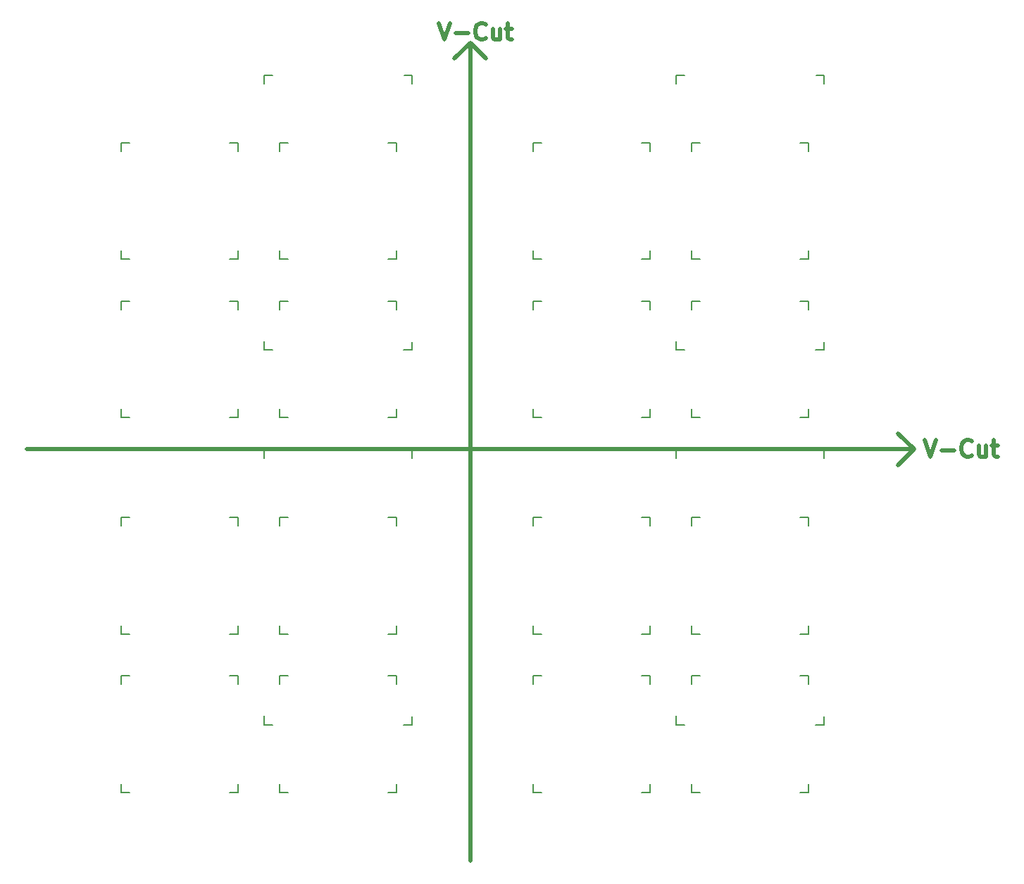
<source format=gbr>
G04 #@! TF.GenerationSoftware,KiCad,Pcbnew,5.1.5+dfsg1-2build2*
G04 #@! TF.CreationDate,2021-10-19T21:18:03+09:00*
G04 #@! TF.ProjectId,pcb,7063622e-6b69-4636-9164-5f7063625858,rev?*
G04 #@! TF.SameCoordinates,Original*
G04 #@! TF.FileFunction,Legend,Top*
G04 #@! TF.FilePolarity,Positive*
%FSLAX46Y46*%
G04 Gerber Fmt 4.6, Leading zero omitted, Abs format (unit mm)*
G04 Created by KiCad (PCBNEW 5.1.5+dfsg1-2build2) date 2021-10-19 21:18:03*
%MOMM*%
%LPD*%
G04 APERTURE LIST*
%ADD10C,0.500000*%
%ADD11C,0.150000*%
G04 APERTURE END LIST*
D10*
X108649047Y-43989761D02*
X109315714Y-45989761D01*
X109982380Y-43989761D01*
X110649047Y-45227857D02*
X112172857Y-45227857D01*
X114268095Y-45799285D02*
X114172857Y-45894523D01*
X113887142Y-45989761D01*
X113696666Y-45989761D01*
X113410952Y-45894523D01*
X113220476Y-45704047D01*
X113125238Y-45513571D01*
X113030000Y-45132619D01*
X113030000Y-44846904D01*
X113125238Y-44465952D01*
X113220476Y-44275476D01*
X113410952Y-44085000D01*
X113696666Y-43989761D01*
X113887142Y-43989761D01*
X114172857Y-44085000D01*
X114268095Y-44180238D01*
X115982380Y-44656428D02*
X115982380Y-45989761D01*
X115125238Y-44656428D02*
X115125238Y-45704047D01*
X115220476Y-45894523D01*
X115410952Y-45989761D01*
X115696666Y-45989761D01*
X115887142Y-45894523D01*
X115982380Y-45799285D01*
X116649047Y-44656428D02*
X117410952Y-44656428D01*
X116934761Y-43989761D02*
X116934761Y-45704047D01*
X117030000Y-45894523D01*
X117220476Y-45989761D01*
X117410952Y-45989761D01*
X167069047Y-94154761D02*
X167735714Y-96154761D01*
X168402380Y-94154761D01*
X169069047Y-95392857D02*
X170592857Y-95392857D01*
X172688095Y-95964285D02*
X172592857Y-96059523D01*
X172307142Y-96154761D01*
X172116666Y-96154761D01*
X171830952Y-96059523D01*
X171640476Y-95869047D01*
X171545238Y-95678571D01*
X171450000Y-95297619D01*
X171450000Y-95011904D01*
X171545238Y-94630952D01*
X171640476Y-94440476D01*
X171830952Y-94250000D01*
X172116666Y-94154761D01*
X172307142Y-94154761D01*
X172592857Y-94250000D01*
X172688095Y-94345238D01*
X174402380Y-94821428D02*
X174402380Y-96154761D01*
X173545238Y-94821428D02*
X173545238Y-95869047D01*
X173640476Y-96059523D01*
X173830952Y-96154761D01*
X174116666Y-96154761D01*
X174307142Y-96059523D01*
X174402380Y-95964285D01*
X175069047Y-94821428D02*
X175830952Y-94821428D01*
X175354761Y-94154761D02*
X175354761Y-95869047D01*
X175450000Y-96059523D01*
X175640476Y-96154761D01*
X175830952Y-96154761D01*
X165735000Y-95250000D02*
X163830000Y-93345000D01*
X165735000Y-95250000D02*
X163830000Y-97155000D01*
X59055000Y-95250000D02*
X165735000Y-95250000D01*
X112395000Y-46355000D02*
X114300000Y-48260000D01*
X112395000Y-46355000D02*
X110490000Y-48260000D01*
X112395000Y-144780000D02*
X112395000Y-46355000D01*
D11*
X134000000Y-116490000D02*
X134000000Y-117490000D01*
X134000000Y-117490000D02*
X133000000Y-117490000D01*
X121000000Y-103490000D02*
X120000000Y-103490000D01*
X120000000Y-103490000D02*
X120000000Y-104490000D01*
X120000000Y-116490000D02*
X120000000Y-117490000D01*
X120000000Y-117490000D02*
X121000000Y-117490000D01*
X134000000Y-104490000D02*
X134000000Y-103490000D01*
X133000000Y-103490000D02*
X134000000Y-103490000D01*
X152050000Y-103490000D02*
X153050000Y-103490000D01*
X153050000Y-104490000D02*
X153050000Y-103490000D01*
X139050000Y-117490000D02*
X140050000Y-117490000D01*
X139050000Y-116490000D02*
X139050000Y-117490000D01*
X139050000Y-103490000D02*
X139050000Y-104490000D01*
X140050000Y-103490000D02*
X139050000Y-103490000D01*
X153050000Y-117490000D02*
X152050000Y-117490000D01*
X153050000Y-116490000D02*
X153050000Y-117490000D01*
X153050000Y-135540000D02*
X153050000Y-136540000D01*
X153050000Y-136540000D02*
X152050000Y-136540000D01*
X140050000Y-122540000D02*
X139050000Y-122540000D01*
X139050000Y-122540000D02*
X139050000Y-123540000D01*
X139050000Y-135540000D02*
X139050000Y-136540000D01*
X139050000Y-136540000D02*
X140050000Y-136540000D01*
X153050000Y-123540000D02*
X153050000Y-122540000D01*
X152050000Y-122540000D02*
X153050000Y-122540000D01*
X87620000Y-95365000D02*
X87620000Y-96365000D01*
X105420000Y-95365000D02*
X105420000Y-96365000D01*
X87620000Y-95365000D02*
X88620000Y-95365000D01*
X105420000Y-95365000D02*
X104470000Y-95365000D01*
X87620000Y-127365000D02*
X87620000Y-128415000D01*
X105420000Y-127415000D02*
X105420000Y-128415000D01*
X87620000Y-128415000D02*
X88620000Y-128415000D01*
X105420000Y-128415000D02*
X104410000Y-128415000D01*
X133000000Y-122540000D02*
X134000000Y-122540000D01*
X134000000Y-123540000D02*
X134000000Y-122540000D01*
X120000000Y-136540000D02*
X121000000Y-136540000D01*
X120000000Y-135540000D02*
X120000000Y-136540000D01*
X120000000Y-122540000D02*
X120000000Y-123540000D01*
X121000000Y-122540000D02*
X120000000Y-122540000D01*
X134000000Y-136540000D02*
X133000000Y-136540000D01*
X134000000Y-135540000D02*
X134000000Y-136540000D01*
X154950000Y-128415000D02*
X153940000Y-128415000D01*
X137150000Y-128415000D02*
X138150000Y-128415000D01*
X154950000Y-127415000D02*
X154950000Y-128415000D01*
X137150000Y-127365000D02*
X137150000Y-128415000D01*
X154950000Y-95365000D02*
X154000000Y-95365000D01*
X137150000Y-95365000D02*
X138150000Y-95365000D01*
X154950000Y-95365000D02*
X154950000Y-96365000D01*
X137150000Y-95365000D02*
X137150000Y-96365000D01*
X103520000Y-116490000D02*
X103520000Y-117490000D01*
X103520000Y-117490000D02*
X102520000Y-117490000D01*
X90520000Y-103490000D02*
X89520000Y-103490000D01*
X89520000Y-103490000D02*
X89520000Y-104490000D01*
X89520000Y-116490000D02*
X89520000Y-117490000D01*
X89520000Y-117490000D02*
X90520000Y-117490000D01*
X103520000Y-104490000D02*
X103520000Y-103490000D01*
X102520000Y-103490000D02*
X103520000Y-103490000D01*
X102520000Y-122540000D02*
X103520000Y-122540000D01*
X103520000Y-123540000D02*
X103520000Y-122540000D01*
X89520000Y-136540000D02*
X90520000Y-136540000D01*
X89520000Y-135540000D02*
X89520000Y-136540000D01*
X89520000Y-122540000D02*
X89520000Y-123540000D01*
X90520000Y-122540000D02*
X89520000Y-122540000D01*
X103520000Y-136540000D02*
X102520000Y-136540000D01*
X103520000Y-135540000D02*
X103520000Y-136540000D01*
X84470000Y-135540000D02*
X84470000Y-136540000D01*
X84470000Y-136540000D02*
X83470000Y-136540000D01*
X71470000Y-122540000D02*
X70470000Y-122540000D01*
X70470000Y-122540000D02*
X70470000Y-123540000D01*
X70470000Y-135540000D02*
X70470000Y-136540000D01*
X70470000Y-136540000D02*
X71470000Y-136540000D01*
X84470000Y-123540000D02*
X84470000Y-122540000D01*
X83470000Y-122540000D02*
X84470000Y-122540000D01*
X83470000Y-103490000D02*
X84470000Y-103490000D01*
X84470000Y-104490000D02*
X84470000Y-103490000D01*
X70470000Y-117490000D02*
X71470000Y-117490000D01*
X70470000Y-116490000D02*
X70470000Y-117490000D01*
X70470000Y-103490000D02*
X70470000Y-104490000D01*
X71470000Y-103490000D02*
X70470000Y-103490000D01*
X84470000Y-117490000D02*
X83470000Y-117490000D01*
X84470000Y-116490000D02*
X84470000Y-117490000D01*
X137150000Y-50280000D02*
X137150000Y-51280000D01*
X154950000Y-50280000D02*
X154950000Y-51280000D01*
X137150000Y-50280000D02*
X138150000Y-50280000D01*
X154950000Y-50280000D02*
X154000000Y-50280000D01*
X137150000Y-82280000D02*
X137150000Y-83330000D01*
X154950000Y-82330000D02*
X154950000Y-83330000D01*
X137150000Y-83330000D02*
X138150000Y-83330000D01*
X154950000Y-83330000D02*
X153940000Y-83330000D01*
X153050000Y-71405000D02*
X153050000Y-72405000D01*
X153050000Y-72405000D02*
X152050000Y-72405000D01*
X140050000Y-58405000D02*
X139050000Y-58405000D01*
X139050000Y-58405000D02*
X139050000Y-59405000D01*
X139050000Y-71405000D02*
X139050000Y-72405000D01*
X139050000Y-72405000D02*
X140050000Y-72405000D01*
X153050000Y-59405000D02*
X153050000Y-58405000D01*
X152050000Y-58405000D02*
X153050000Y-58405000D01*
X152050000Y-77455000D02*
X153050000Y-77455000D01*
X153050000Y-78455000D02*
X153050000Y-77455000D01*
X139050000Y-91455000D02*
X140050000Y-91455000D01*
X139050000Y-90455000D02*
X139050000Y-91455000D01*
X139050000Y-77455000D02*
X139050000Y-78455000D01*
X140050000Y-77455000D02*
X139050000Y-77455000D01*
X153050000Y-91455000D02*
X152050000Y-91455000D01*
X153050000Y-90455000D02*
X153050000Y-91455000D01*
X134000000Y-90455000D02*
X134000000Y-91455000D01*
X134000000Y-91455000D02*
X133000000Y-91455000D01*
X121000000Y-77455000D02*
X120000000Y-77455000D01*
X120000000Y-77455000D02*
X120000000Y-78455000D01*
X120000000Y-90455000D02*
X120000000Y-91455000D01*
X120000000Y-91455000D02*
X121000000Y-91455000D01*
X134000000Y-78455000D02*
X134000000Y-77455000D01*
X133000000Y-77455000D02*
X134000000Y-77455000D01*
X133000000Y-58405000D02*
X134000000Y-58405000D01*
X134000000Y-59405000D02*
X134000000Y-58405000D01*
X120000000Y-72405000D02*
X121000000Y-72405000D01*
X120000000Y-71405000D02*
X120000000Y-72405000D01*
X120000000Y-58405000D02*
X120000000Y-59405000D01*
X121000000Y-58405000D02*
X120000000Y-58405000D01*
X134000000Y-72405000D02*
X133000000Y-72405000D01*
X134000000Y-71405000D02*
X134000000Y-72405000D01*
X105420000Y-83330000D02*
X104410000Y-83330000D01*
X87620000Y-83330000D02*
X88620000Y-83330000D01*
X105420000Y-82330000D02*
X105420000Y-83330000D01*
X87620000Y-82280000D02*
X87620000Y-83330000D01*
X105420000Y-50280000D02*
X104470000Y-50280000D01*
X87620000Y-50280000D02*
X88620000Y-50280000D01*
X105420000Y-50280000D02*
X105420000Y-51280000D01*
X87620000Y-50280000D02*
X87620000Y-51280000D01*
X83470000Y-77455000D02*
X84470000Y-77455000D01*
X84470000Y-78455000D02*
X84470000Y-77455000D01*
X70470000Y-91455000D02*
X71470000Y-91455000D01*
X70470000Y-90455000D02*
X70470000Y-91455000D01*
X70470000Y-77455000D02*
X70470000Y-78455000D01*
X71470000Y-77455000D02*
X70470000Y-77455000D01*
X84470000Y-91455000D02*
X83470000Y-91455000D01*
X84470000Y-90455000D02*
X84470000Y-91455000D01*
X102520000Y-58405000D02*
X103520000Y-58405000D01*
X103520000Y-59405000D02*
X103520000Y-58405000D01*
X89520000Y-72405000D02*
X90520000Y-72405000D01*
X89520000Y-71405000D02*
X89520000Y-72405000D01*
X89520000Y-58405000D02*
X89520000Y-59405000D01*
X90520000Y-58405000D02*
X89520000Y-58405000D01*
X103520000Y-72405000D02*
X102520000Y-72405000D01*
X103520000Y-71405000D02*
X103520000Y-72405000D01*
X103520000Y-90455000D02*
X103520000Y-91455000D01*
X103520000Y-91455000D02*
X102520000Y-91455000D01*
X90520000Y-77455000D02*
X89520000Y-77455000D01*
X89520000Y-77455000D02*
X89520000Y-78455000D01*
X89520000Y-90455000D02*
X89520000Y-91455000D01*
X89520000Y-91455000D02*
X90520000Y-91455000D01*
X103520000Y-78455000D02*
X103520000Y-77455000D01*
X102520000Y-77455000D02*
X103520000Y-77455000D01*
X84470000Y-71405000D02*
X84470000Y-72405000D01*
X84470000Y-72405000D02*
X83470000Y-72405000D01*
X71470000Y-58405000D02*
X70470000Y-58405000D01*
X70470000Y-58405000D02*
X70470000Y-59405000D01*
X70470000Y-71405000D02*
X70470000Y-72405000D01*
X70470000Y-72405000D02*
X71470000Y-72405000D01*
X84470000Y-59405000D02*
X84470000Y-58405000D01*
X83470000Y-58405000D02*
X84470000Y-58405000D01*
M02*

</source>
